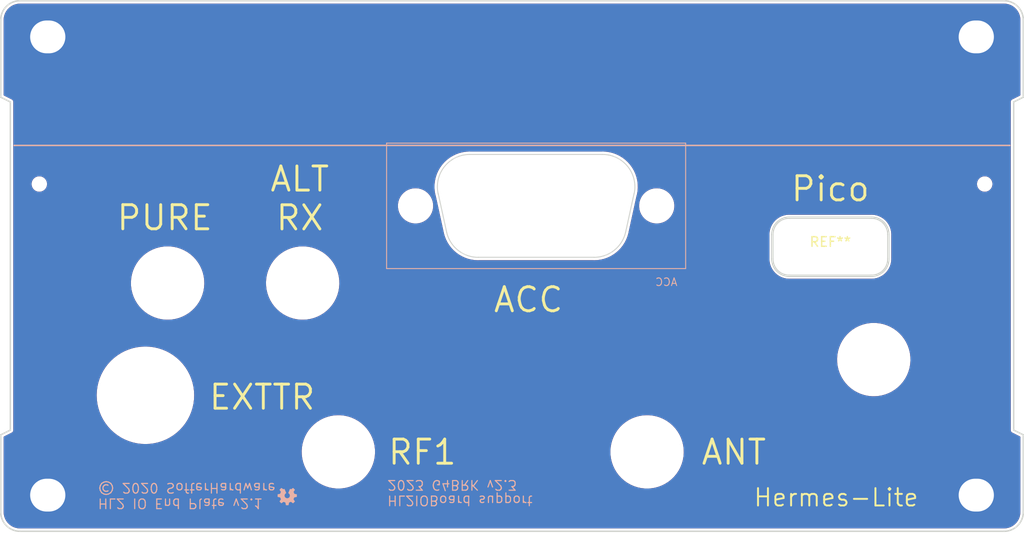
<source format=kicad_pcb>
(kicad_pcb (version 20211014) (generator pcbnew)
  (title_block (title "Hermes-Lite End Plate 55") (date "2020-03-17") (rev "2.1") (company "SofterHardware") (comment 1 "KF7O Steve Haynal"))
  (layers (0 "F.Cu" signal) (31 "B.Cu" signal) (34 "B.Paste" user) (35 "F.Paste" user) (36 "B.SilkS" user "B.Silkscreen") (37 "F.SilkS" user "F.Silkscreen") (38 "B.Mask" user) (39 "F.Mask" user) (44 "Edge.Cuts" user))
  (net 0 "")
  (net 1 "GNDS")
  (footprint "endcaplib:mh3mm" (layer "F.Cu") (at 151.125 101.25 180)
    (fp_text reference "MH1" hide)
    (fp_text value "3mm")
    (pad "1" thru_hole circle locked (at 0 0 180) (size 4.9 4.9) (drill oval 3.65 3.4) (layers *.Cu *.Mask) (net 1 "GNDS"))
  )
  (footprint "endcaplib:mh3mm" (layer "F.Cu") (at 54.875 101.25 180)
    (fp_text reference "MH2" hide)
    (fp_text value "3mm")
    (pad "1" thru_hole circle locked (at 0 0 180) (size 4.9 4.9) (drill oval 3.65 3.4) (layers *.Cu *.Mask) (net 1 "GNDS"))
  )
  (footprint "endcaplib:mh3mm" (layer "F.Cu") (at 54.875 53.75 180)
    (fp_text reference "MH3" hide)
    (fp_text value "3mm")
    (pad "1" thru_hole circle locked (at 0 0 180) (size 4.9 4.9) (drill oval 3.65 3.4) (layers *.Cu *.Mask) (net 1 "GNDS"))
  )
  (footprint "endcaplib:mh3mm" (layer "F.Cu") (at 151.125 53.75 180)
    (fp_text reference "MH4" hide)
    (fp_text value "3mm")
    (pad "1" thru_hole circle locked (at 0 0 180) (size 4.9 4.9) (drill oval 3.65 3.4) (layers *.Cu *.Mask) (net 1 "GNDS"))
  )
  (footprint "endcaplib:basic_back" (layer "F.Cu") (at 65 97.4)
    (fp_text reference "REF**" hide)
    (fp_text value "basic_back" hide)
    (pad "" np_thru_hole circle locked (at 0 -6.5) (size 9.5 9.5) (drill 9.5) (layers *.Cu *.Mask))
    (pad "" np_thru_hole circle locked (at 20 -0.635) (size 7 7) (drill 7) (layers *.Cu *.Mask))
    (pad "" np_thru_hole circle locked (at 52 -0.635) (size 7 7) (drill 7) (layers F&B.Cu *.Mask))
  )
  (footprint "" (layer "F.Cu") (at 152 69)
    (fp_text reference "" (at 0 0) (layer "F.SilkS") (effects (font (size 1.27 1.27))))
    (fp_text value "" (at 0 0) (layer "F.SilkS") (effects (font (size 1.27 1.27))))
    (pad "" np_thru_hole circle locked (at 0 0) (size 1 1) (drill 1) (layers F&B.Cu *.Mask))
  )
  (footprint "" (layer "F.Cu") (at 140.5 87.2)
    (fp_text reference "" (at 0 0) (layer "F.SilkS") (effects (font (size 1.27 1.27))))
    (fp_text value "" (at 0 0) (layer "F.SilkS") (effects (font (size 1.27 1.27))))
    (pad "" np_thru_hole circle locked (at 0 0) (size 7 7) (drill 7) (layers F&B.Cu *.Mask))
  )
  (footprint "MountingEquipment:sma_hole" (layer "F.Cu") (at 81.3 79.265)
    (fp_text reference "REF**" (at 0 -0.5 unlocked) (layer "F.SilkS"))
    (fp_text value "sma_hole")
    (pad "" np_thru_hole circle (at 0 0) (size 7 7) (drill 7) (layers F&B.Cu *.Mask))
  )
  (footprint "MountingEquipment:sma_hole" (layer "F.Cu") (at 67.3 79.265)
    (fp_text reference "REF**" (at -0.2 -0.235 unlocked) (layer "F.SilkS"))
    (fp_text value "sma_hole")
    (pad "" np_thru_hole circle (at 0 0) (size 7 7) (drill 7) (layers F&B.Cu *.Mask))
  )
  (footprint "" (layer "F.Cu") (at 54 69)
    (fp_text reference "" (at 0 0) (layer "F.SilkS") (effects (font (size 1.27 1.27))))
    (fp_text value "" (at 0 0) (layer "F.SilkS") (effects (font (size 1.27 1.27))))
    (pad "" np_thru_hole circle locked (at 0 0) (size 1 1) (drill 1) (layers F&B.Cu *.Mask))
  )
  (footprint "Connector_USB:USB_mini_hole" (layer "F.Cu") (at 136 75.5)
    (fp_text reference "REF**" (at 0 -0.5 unlocked) (layer "F.SilkS"))
    (fp_text value "USB_mini_hole")
    (fp_line (start 4.262563 -3.012563) (end -4.262563 -3.012563) (layer "Edge.Cuts") (width 0.25))
    (fp_line (start -6.012563 1.262563) (end -6.012563 -1.262563) (layer "Edge.Cuts") (width 0.25))
    (fp_line (start 4.262563 3.012563) (end -4.262563 3.012563) (layer "Edge.Cuts") (width 0.25))
    (fp_line (start 6.012563 -1.262563) (end 6.012563 1.262563) (layer "Edge.Cuts") (width 0.25))
    (fp_arc (start 6.012563 1.262563) (mid 5.499999 2.499999) (end 4.262563 3.012563) (layer "Edge.Cuts") (width 0.25))
    (fp_arc (start -4.262563 3.012563) (mid -5.5 2.5) (end -6.012563 1.262563) (layer "Edge.Cuts") (width 0.25))
    (fp_arc (start 4.262563 -3.012563) (mid 5.499999 -2.499999) (end 6.012563 -1.262563) (layer "Edge.Cuts") (width 0.25))
    (fp_arc (start -6.012563 -1.262563) (mid -5.5 -2.5) (end -4.262563 -3.012563) (layer "Edge.Cuts") (width 0.25))
  )
  (footprint "endcaplib:db9inside" (layer "B.Cu") (at 105.5 71.265 180)
    (fp_text reference "ACC" (at -13.5 -7.9) (layer "B.SilkS") (effects (font (size 0.8 0.8) (thickness 0.1)) (justify mirror)))
    (fp_text value "DB9")
    (fp_line (start -15.5 6.5) (end 15.5 6.5) (layer "B.SilkS") (width 0.1))
    (fp_line (start 15.5 6.5) (end 15.5 -6.5) (layer "B.SilkS") (width 0.1))
    (fp_line (start 15.5 -6.5) (end -15.5 -6.5) (layer "B.SilkS") (width 0.1))
    (fp_line (start -15.5 -6.5) (end -15.5 6.5) (layer "B.SilkS") (width 0.1))
    (fp_line (start -6.885 5.33) (end 6.885 5.33) (layer "Edge.Cuts") (width 0.1))
    (fp_line (start -6.005 -5.33) (end 6.005 -5.33) (layer "Edge.Cuts") (width 0.1))
    (fp_line (start 10.15 1.27) (end 9.27 -2.75) (layer "Edge.Cuts") (width 0.1))
    (fp_line (start -10.15 1.27) (end -9.27 -2.75) (layer "Edge.Cuts") (width 0.1))
    (fp_arc (start -9.27 -2.75) (mid -8.080879 -4.615119) (end -5.9892 -5.334531) (layer "Edge.Cuts") (width 0.1))
    (fp_arc (start 5.9892 -5.334531) (mid 8.08088 -4.615119) (end 9.27 -2.75) (layer "Edge.Cuts") (width 0.1))
    (fp_arc (start -6.885 5.33) (mid -9.506737 4.065424) (end -10.14914 1.226414) (layer "Edge.Cuts") (width 0.1))
    (fp_arc (start 10.14914 1.226414) (mid 9.506738 4.065424) (end 6.885 5.33) (layer "Edge.Cuts") (width 0.1))
    (pad "" np_thru_hole circle locked (at -12.5 0 180) (size 3.05 3.05) (drill 3.05) (layers *.Cu *.Mask))
    (pad "" np_thru_hole circle locked (at 12.5 0 180) (size 3.05 3.05) (drill 3.05) (layers *.Cu *.Mask))
  )
  (footprint "HERMESLITE:OSHW-logo_silkscreen-back_2mm" (layer "B.Cu") (at 79.7 101.4)
    (fp_text reference "G***" hide)
    (fp_text value "OSHW-logo_silkscreen-back_2mm" hide)
    (fp_poly (pts (xy 0.60452 -0.89662) (xy 0.59436 -0.89154) (xy 0.5715 -0.8763) (xy 0.53848 -0.85598) (xy 0.49784 -0.82804) (xy 0.45974 -0.80264) (xy 0.42672 -0.77978) (xy 0.40386 -0.76454) (xy 0.3937 -0.75946) (xy 0.38862 -0.762) (xy 0.37084 -0.77216) (xy 0.3429 -0.78486) (xy 0.32766 -0.79248) (xy 0.30226 -0.80518) (xy 0.28956 -0.80772) (xy 0.28702 -0.80264) (xy 0.27686 -0.78486) (xy 0.26416 -0.75184) (xy 0.24384 -0.70866) (xy 0.22352 -0.65786) (xy 0.20066 -0.60198) (xy 0.1778 -0.5461) (xy 0.15494 -0.49276) (xy 0.13462 -0.4445) (xy 0.11938 -0.4064) (xy 0.10922 -0.37846) (xy 0.10414 -0.3683) (xy 0.10668 -0.36576) (xy 0.11938 -0.35306) (xy 0.1397 -0.33782) (xy 0.18796 -0.29718) (xy 0.23368 -0.23876) (xy 0.26416 -0.17272) (xy 0.27178 -0.09906) (xy 0.26416 -0.03302) (xy 0.23876 0.03048) (xy 0.19304 0.09144) (xy 0.13716 0.13462) (xy 0.07112 0.16256) (xy 0 0.17018) (xy -0.06858 0.16256) (xy -0.13462 0.13716) (xy -0.19558 0.09144) (xy -0.21844 0.0635) (xy -0.254 0.00254) (xy -0.27432 -0.05842) (xy -0.27432 -0.07366) (xy -0.27178 -0.14478) (xy -0.25146 -0.21336) (xy -0.2159 -0.27178) (xy -0.16256 -0.32258) (xy -0.15748 -0.32766) (xy -0.13208 -0.34544) (xy -0.11684 -0.3556) (xy -0.10414 -0.36576) (xy -0.19304 -0.58166) (xy -0.20828 -0.61722) (xy -0.23368 -0.67564) (xy -0.254 -0.72644) (xy -0.27178 -0.76708) (xy -0.28448 -0.79248) (xy -0.28956 -0.80518) (xy -0.29718 -0.80518) (xy -0.31242 -0.8001) (xy -0.3429 -0.78486) (xy -0.36322 -0.7747) (xy -0.38608 -0.76454) (xy -0.39624 -0.75946) (xy -0.4064 -0.76454) (xy -0.42672 -0.77978) (xy -0.45974 -0.8001) (xy -0.49784 -0.8255) (xy -0.5334 -0.8509) (xy -0.56896 -0.87376) (xy -0.59182 -0.889) (xy -0.60452 -0.89662) (xy -0.60706 -0.89662) (xy -0.61722 -0.889) (xy -0.63754 -0.87376) (xy -0.66548 -0.84582) (xy -0.70612 -0.80518) (xy -0.71374 -0.8001) (xy -0.74676 -0.76454) (xy -0.7747 -0.73406) (xy -0.79502 -0.71374) (xy -0.8001 -0.70612) (xy -0.79502 -0.69342) (xy -0.77978 -0.66802) (xy -0.75692 -0.635) (xy -0.72898 -0.59436) (xy -0.65786 -0.49022) (xy -0.6985 -0.3937) (xy -0.70866 -0.36322) (xy -0.7239 -0.32766) (xy -0.7366 -0.30226) (xy -0.74168 -0.28956) (xy -0.75184 -0.28702) (xy -0.77978 -0.2794) (xy -0.81788 -0.27178) (xy -0.8636 -0.26416) (xy -0.90932 -0.254) (xy -0.94742 -0.24638) (xy -0.9779 -0.2413) (xy -0.9906 -0.23876) (xy -0.99314 -0.23622) (xy -0.99568 -0.23114) (xy -0.99822 -0.21844) (xy -0.99822 -0.19304) (xy -0.99822 -0.15494) (xy -0.99822 -0.09906) (xy -0.99822 -0.09398) (xy -0.99822 -0.04064) (xy -0.99822 0) (xy -0.99568 0.0254) (xy -0.99314 0.03556) (xy -0.98044 0.04064) (xy -0.9525 0.04572) (xy -0.9144 0.05334) (xy -0.86614 0.0635) (xy -0.8636 0.0635) (xy -0.81534 0.07112) (xy -0.77724 0.08128) (xy -0.7493 0.08636) (xy -0.7366 0.09144) (xy -0.73406 0.09398) (xy -0.7239 0.11176) (xy -0.7112 0.14224) (xy -0.69596 0.1778) (xy -0.68072 0.21336) (xy -0.66548 0.24892) (xy -0.65786 0.27178) (xy -0.65532 0.28448) (xy -0.66294 0.29464) (xy -0.67818 0.32004) (xy -0.70104 0.35306) (xy -0.72898 0.3937) (xy -0.73152 0.39878) (xy -0.75946 0.43688) (xy -0.77978 0.47244) (xy -0.79502 0.4953) (xy -0.8001 0.50546) (xy -0.8001 0.508) (xy -0.79248 0.51816) (xy -0.77216 0.54102) (xy -0.74168 0.5715) (xy -0.70612 0.60706) (xy -0.69596 0.61722) (xy -0.65786 0.65532) (xy -0.62992 0.68072) (xy -0.61214 0.69342) (xy -0.60452 0.6985) (xy -0.60452 0.69596) (xy -0.59182 0.69088) (xy -0.56642 0.6731) (xy -0.5334 0.65024) (xy -0.49276 0.6223) (xy -0.49022 0.61976) (xy -0.44958 0.59436) (xy -0.41656 0.5715) (xy -0.3937 0.55626) (xy -0.38354 0.54864) (xy -0.381 0.54864) (xy -0.36576 0.55372) (xy -0.33528 0.56388) (xy -0.30226 0.57658) (xy -0.26416 0.59182) (xy -0.23114 0.60706) (xy -0.20574 0.61722) (xy -0.19304 0.62484) (xy -0.18796 0.64008) (xy -0.18288 0.67056) (xy -0.17272 0.7112) (xy -0.1651 0.75946) (xy -0.16256 0.76708) (xy -0.15494 0.81534) (xy -0.14732 0.85344) (xy -0.1397 0.88138) (xy -0.13716 0.89408) (xy -0.13208 0.89408) (xy -0.10668 0.89662) (xy -0.07112 0.89662) (xy -0.02794 0.89662) (xy 0.01524 0.89662) (xy 0.05842 0.89662) (xy 0.09652 0.89408) (xy 0.12192 0.89408) (xy 0.13462 0.89154) (xy 0.13462 0.889) (xy 0.1397 0.8763) (xy 0.14478 0.84582) (xy 0.15494 0.80518) (xy 0.16256 0.75438) (xy 0.1651 0.74676) (xy 0.17272 0.6985) (xy 0.18288 0.6604) (xy 0.18796 0.63246) (xy 0.1905 0.6223) (xy 0.19558 0.61976) (xy 0.21336 0.61214) (xy 0.24638 0.59944) (xy 0.28702 0.58166) (xy 0.37846 0.5461) (xy 0.49022 0.6223) (xy 0.50038 0.62992) (xy 0.54102 0.65786) (xy 0.57404 0.67818) (xy 0.5969 0.69342) (xy 0.60706 0.6985) (xy 0.61722 0.68834) (xy 0.64008 0.66802) (xy 0.67056 0.63754) (xy 0.70612 0.60452) (xy 0.73152 0.57658) (xy 0.762 0.5461) (xy 0.78232 0.52578) (xy 0.79248 0.51054) (xy 0.79756 0.50292) (xy 0.79502 0.49784) (xy 0.78994 0.48514) (xy 0.77216 0.46228) (xy 0.7493 0.42672) (xy 0.72136 0.38862) (xy 0.6985 0.35306) (xy 0.67564 0.3175) (xy 0.6604 0.28956) (xy 0.65278 0.27686) (xy 0.65532 0.27178) (xy 0.66294 0.24892) (xy 0.67564 0.2159) (xy 0.69342 0.17526) (xy 0.73152 0.08636) (xy 0.78994 0.0762) (xy 0.8255 0.06858) (xy 0.8763 0.06096) (xy 0.92202 0.0508) (xy 0.99568 0.03556) (xy 0.99822 -0.23114) (xy 0.98806 -0.23622) (xy 0.97536 -0.2413) (xy 0.94996 -0.24638) (xy 0.90932 -0.254) (xy 0.8636 -0.26162) (xy 0.8255 -0.26924) (xy 0.78486 -0.27686) (xy 0.75692 -0.28194) (xy 0.74422 -0.28448) (xy 0.74168 -0.28956) (xy 0.73152 -0.30988) (xy 0.71628 -0.34036) (xy 0.70104 -0.37592) (xy 0.6858 -0.41402) (xy 0.6731 -0.44958) (xy 0.66294 -0.47498) (xy 0.65786 -0.49022) (xy 0.66294 -0.50038) (xy 0.67818 -0.52324) (xy 0.70104 -0.55626) (xy 0.72644 -0.59436) (xy 0.75438 -0.635) (xy 0.77724 -0.66802) (xy 0.79248 -0.69342) (xy 0.8001 -0.70358) (xy 0.79502 -0.7112) (xy 0.77978 -0.72898) (xy 0.75184 -0.75946) (xy 0.70612 -0.80518) (xy 0.6985 -0.81026) (xy 0.66548 -0.84582) (xy 0.635 -0.87122) (xy 0.61468 -0.89154) (xy 0.60452 -0.89662)) (layer "B.SilkS") (width 0.00254) (fill solid))
  )
  (gr_line (start 51.4 65) (end 154.6 65) (layer "B.SilkS") (width 0.15))
  (gr_line (start 154 105) (end 52 105) (layer "Edge.Cuts") (width 0.15))
  (gr_line (start 156 60) (end 155 60.5) (layer "Edge.Cuts") (width 0.15))
  (gr_line (start 51 94.5) (end 51 60.5) (layer "Edge.Cuts") (width 0.15))
  (gr_line (start 155 60.5) (end 155 94.5) (layer "Edge.Cuts") (width 0.15))
  (gr_line (start 52 50) (end 154 50) (layer "Edge.Cuts") (width 0.15))
  (gr_line (start 155 94.5) (end 156 95) (layer "Edge.Cuts") (width 0.15))
  (gr_line (start 50 95) (end 51 94.5) (layer "Edge.Cuts") (width 0.15))
  (gr_line (start 50 103) (end 50 95) (layer "Edge.Cuts") (width 0.15))
  (gr_arc (start 50 52) (mid 50.585786 50.585786) (end 52 50) (layer "Edge.Cuts") (width 0.15))
  (gr_line (start 156 95) (end 156 103) (layer "Edge.Cuts") (width 0.15))
  (gr_arc (start 52 105) (mid 50.585786 104.414214) (end 50 103) (layer "Edge.Cuts") (width 0.15))
  (gr_arc (start 154 50) (mid 155.414214 50.585786) (end 156 52) (layer "Edge.Cuts") (width 0.15))
  (gr_arc (start 156 103) (mid 155.414214 104.414214) (end 154 105) (layer "Edge.Cuts") (width 0.15))
  (gr_line (start 156 52) (end 156 60) (layer "Edge.Cuts") (width 0.15))
  (gr_line (start 50 60) (end 50 52) (layer "Edge.Cuts") (width 0.15))
  (gr_line (start 51 60.5) (end 50 60) (layer "Edge.Cuts") (width 0.15))
  (gr_text "HL2IOBoard support\n2023 G4BRK v2.3" (at 90 101 180) (layer "B.SilkS") (effects (font (size 1 1) (thickness 0.12)) (justify left mirror)))
  (gr_text "HL2 IO End Plate v2.1\n© 2020 SofterHardware" (at 60 101.3 180) (layer "B.SilkS") (effects (font (size 1 1) (thickness 0.12)) (justify left mirror)))
  (gr_text "Pico" (at 136 69.5) (layer "F.SilkS") (effects (font (size 2.5 2.5) (thickness 0.3))))
  (gr_text "EXTTR" (at 77.1 91.1) (layer "F.SilkS") (effects (font (size 2.5 2.5) (thickness 0.3))))
  (gr_text "ALT\nRX" (at 81 70.5) (layer "F.SilkS") (effects (font (size 2.5 2.5) (thickness 0.3))))
  (gr_text "ANT" (at 126 96.8) (layer "F.SilkS") (effects (font (size 2.5 2.5) (thickness 0.3))))
  (gr_text "ACC" (at 104.7 81) (layer "F.SilkS") (effects (font (size 2.5 2.5) (thickness 0.3))))
  (gr_text "PURE" (at 67 72.5) (layer "F.SilkS") (effects (font (size 2.5 2.5) (thickness 0.3))))
  (gr_text "RF1" (at 93.7 96.8) (layer "F.SilkS") (effects (font (size 2.5 2.5) (thickness 0.3))))
  (gr_text "Hermes-Lite" (at 136.6 101.5) (layer "F.SilkS") (effects (font (size 1.8 1.8) (thickness 0.2))))
  (zone (net 1) (net_name "GNDS") (layer "F.Cu") (connect_pads (clearance 0.3)) (min_thickness 0.2) (fill yes (thermal_gap 0.3) (thermal_bridge_width 0.8))
    (polygon (pts (xy 156 105) (xy 156 50) (xy 50 50) (xy 50 105)))
  )
  (zone (net 1) (net_name "GNDS") (layer "B.Cu") (connect_pads (clearance 0.3)) (min_thickness 0.2) (fill yes (thermal_gap 0.3) (thermal_bridge_width 0.8))
    (polygon (pts (xy 156 105) (xy 156 50) (xy 50 50) (xy 50 105)))
  )
)
</source>
